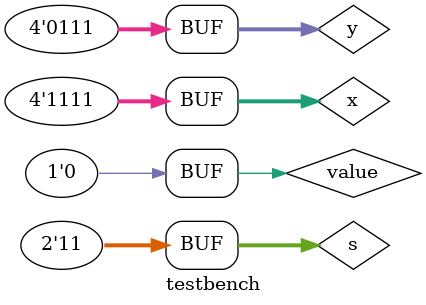
<source format=v>
module test(output fuck, input[1:0] s, input value, input[3:0] x, input[3:0] y);
	assign fuck = 1+1;
endmodule

module testbench;
	reg[1:0] s;
	reg value;
	reg[3:0] x;
	reg[3:0] y;
	wire fuck;

	test mytest (fuck, s, value, x, y);
	initial begin
	$monitor("%d x=%b s=%d value=%b y=%b", $time, x, s, value, y);
		#10
		x=4'b0000;
		s=2'b00;
		value=1'b0;
		y=4'b0000;

                #10
                x=4'b0001;
                s=2'b01;
                value=1'b1;
                y=4'b0011;

                #10
                x=4'b1100;
                s=2'b10;
                value=1'b0;
                y=4'b1000;

                #10
                x=4'b1111;
                s=2'b11;
                value=1'b0;
                y=4'b0111;

	end
endmodule

</source>
